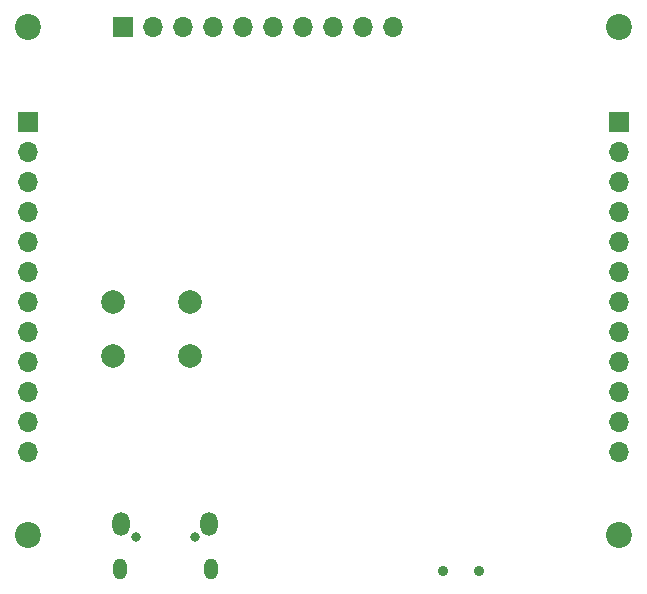
<source format=gbr>
%TF.GenerationSoftware,KiCad,Pcbnew,8.0.4-8.0.4-0~ubuntu24.04.1*%
%TF.CreationDate,2024-08-08T02:16:28-05:00*%
%TF.ProjectId,anvil,616e7669-6c2e-46b6-9963-61645f706362,rev?*%
%TF.SameCoordinates,Original*%
%TF.FileFunction,Soldermask,Bot*%
%TF.FilePolarity,Negative*%
%FSLAX46Y46*%
G04 Gerber Fmt 4.6, Leading zero omitted, Abs format (unit mm)*
G04 Created by KiCad (PCBNEW 8.0.4-8.0.4-0~ubuntu24.04.1) date 2024-08-08 02:16:28*
%MOMM*%
%LPD*%
G01*
G04 APERTURE LIST*
%ADD10R,1.700000X1.700000*%
%ADD11O,1.700000X1.700000*%
%ADD12C,2.200000*%
%ADD13C,0.900000*%
%ADD14O,0.800000X0.800000*%
%ADD15O,1.150000X1.800000*%
%ADD16O,1.450000X2.000000*%
%ADD17C,2.000000*%
G04 APERTURE END LIST*
D10*
%TO.C,J2*%
X152000000Y-85000000D03*
D11*
X152000000Y-87540000D03*
X152000000Y-90080000D03*
X152000000Y-92620000D03*
X152000000Y-95160000D03*
X152000000Y-97700000D03*
X152000000Y-100240000D03*
X152000000Y-102780000D03*
X152000000Y-105320000D03*
X152000000Y-107860000D03*
X152000000Y-110400000D03*
X152000000Y-112940000D03*
%TD*%
D10*
%TO.C,J4*%
X102000000Y-85000000D03*
D11*
X102000000Y-87540000D03*
X102000000Y-90080000D03*
X102000000Y-92620000D03*
X102000000Y-95160000D03*
X102000000Y-97700000D03*
X102000000Y-100240000D03*
X102000000Y-102780000D03*
X102000000Y-105320000D03*
X102000000Y-107860000D03*
X102000000Y-110400000D03*
X102000000Y-112940000D03*
%TD*%
D12*
%TO.C,H4*%
X152000000Y-120000000D03*
%TD*%
%TO.C,H2*%
X152000000Y-77000000D03*
%TD*%
D13*
%TO.C,SW2*%
X137125000Y-122985000D03*
X140125000Y-122985000D03*
%TD*%
D14*
%TO.C,J1*%
X111100000Y-120125000D03*
X116100000Y-120125000D03*
D15*
X109725000Y-122875000D03*
D16*
X109875000Y-119075000D03*
X117325000Y-119075000D03*
D15*
X117475000Y-122875000D03*
%TD*%
D17*
%TO.C,SW3*%
X109140000Y-100280000D03*
X115640000Y-100280000D03*
X109140000Y-104780000D03*
X115640000Y-104780000D03*
%TD*%
D12*
%TO.C,H3*%
X102000000Y-120000000D03*
%TD*%
%TO.C,H1*%
X102000000Y-77000000D03*
%TD*%
D10*
%TO.C,J5*%
X110000000Y-77000000D03*
D11*
X112540000Y-77000000D03*
X115080000Y-77000000D03*
X117620000Y-77000000D03*
X120160000Y-77000000D03*
X122700000Y-77000000D03*
X125240000Y-77000000D03*
X127780000Y-77000000D03*
X130320000Y-77000000D03*
X132860000Y-77000000D03*
%TD*%
M02*

</source>
